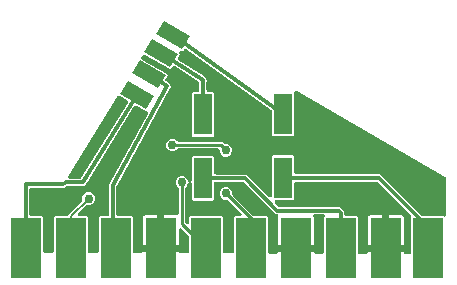
<source format=gbl>
G04 EAGLE Gerber RS-274X export*
G75*
%MOMM*%
%FSLAX34Y34*%
%LPD*%
%INBottom Copper*%
%IPPOS*%
%AMOC8*
5,1,8,0,0,1.08239X$1,22.5*%
G01*
%ADD10R,2.540000X5.080000*%
%ADD11R,1.600000X3.500000*%
%ADD12R,1.270000X2.540000*%
%ADD13C,0.299719*%
%ADD14C,0.304800*%
%ADD15C,0.756400*%
%ADD16C,0.254000*%
%ADD17C,0.706400*%
%ADD18C,0.203200*%

G36*
X227134Y10621D02*
X227134Y10621D01*
X227173Y10618D01*
X227305Y10640D01*
X227438Y10655D01*
X227475Y10668D01*
X227514Y10675D01*
X227637Y10726D01*
X227763Y10771D01*
X227797Y10792D01*
X227833Y10807D01*
X227941Y10886D01*
X228054Y10958D01*
X228081Y10987D01*
X228113Y11010D01*
X228200Y11111D01*
X228293Y11207D01*
X228314Y11241D01*
X228339Y11271D01*
X228401Y11390D01*
X228469Y11505D01*
X228481Y11542D01*
X228500Y11577D01*
X228533Y11707D01*
X228573Y11834D01*
X228576Y11874D01*
X228586Y11912D01*
X228599Y12114D01*
X228599Y12244D01*
X242341Y12244D01*
X242377Y12248D01*
X242413Y12245D01*
X242548Y12268D01*
X242685Y12283D01*
X242718Y12296D01*
X242754Y12302D01*
X242880Y12354D01*
X243010Y12401D01*
X243040Y12421D01*
X243073Y12434D01*
X243184Y12515D01*
X243299Y12590D01*
X243324Y12616D01*
X243353Y12637D01*
X243443Y12740D01*
X243537Y12840D01*
X243556Y12871D01*
X243579Y12898D01*
X243643Y13020D01*
X243712Y13138D01*
X243723Y13173D01*
X243740Y13204D01*
X243774Y13337D01*
X243814Y13468D01*
X243816Y13504D01*
X243825Y13539D01*
X243839Y13741D01*
X243839Y16739D01*
X243835Y16774D01*
X243837Y16810D01*
X243815Y16945D01*
X243799Y17082D01*
X243787Y17116D01*
X243781Y17151D01*
X243728Y17278D01*
X243682Y17407D01*
X243662Y17437D01*
X243648Y17470D01*
X243568Y17581D01*
X243493Y17696D01*
X243467Y17721D01*
X243446Y17750D01*
X243342Y17840D01*
X243243Y17935D01*
X243212Y17953D01*
X243185Y17976D01*
X243063Y18040D01*
X242945Y18109D01*
X242910Y18120D01*
X242878Y18137D01*
X242746Y18171D01*
X242614Y18211D01*
X242579Y18214D01*
X242544Y18223D01*
X242341Y18236D01*
X228599Y18236D01*
X228599Y40974D01*
X228772Y41621D01*
X228889Y41822D01*
X228921Y41897D01*
X228963Y41968D01*
X228990Y42055D01*
X229026Y42140D01*
X229040Y42220D01*
X229064Y42298D01*
X229071Y42390D01*
X229087Y42480D01*
X229082Y42561D01*
X229088Y42643D01*
X229073Y42733D01*
X229068Y42825D01*
X229045Y42903D01*
X229032Y42984D01*
X228996Y43068D01*
X228970Y43156D01*
X228930Y43227D01*
X228899Y43303D01*
X228845Y43377D01*
X228800Y43457D01*
X228744Y43517D01*
X228696Y43583D01*
X228627Y43643D01*
X228565Y43710D01*
X228497Y43756D01*
X228435Y43809D01*
X228354Y43852D01*
X228278Y43903D01*
X228201Y43932D01*
X228129Y43969D01*
X228040Y43992D01*
X227954Y44025D01*
X227873Y44035D01*
X227794Y44055D01*
X227631Y44066D01*
X227612Y44069D01*
X227604Y44068D01*
X227592Y44069D01*
X226986Y44069D01*
X199917Y71138D01*
X199807Y71225D01*
X199701Y71317D01*
X199672Y71332D01*
X199646Y71353D01*
X199519Y71412D01*
X199395Y71477D01*
X199363Y71485D01*
X199333Y71499D01*
X199196Y71528D01*
X199060Y71563D01*
X199016Y71566D01*
X198995Y71570D01*
X198962Y71570D01*
X198858Y71577D01*
X176123Y71577D01*
X176087Y71573D01*
X176051Y71575D01*
X175916Y71553D01*
X175779Y71537D01*
X175745Y71525D01*
X175710Y71519D01*
X175583Y71466D01*
X175454Y71419D01*
X175424Y71400D01*
X175391Y71386D01*
X175280Y71306D01*
X175165Y71230D01*
X175140Y71204D01*
X175111Y71183D01*
X175021Y71080D01*
X174926Y70980D01*
X174908Y70949D01*
X174885Y70922D01*
X174821Y70801D01*
X174752Y70682D01*
X174741Y70648D01*
X174724Y70616D01*
X174690Y70483D01*
X174650Y70352D01*
X174647Y70316D01*
X174638Y70281D01*
X174625Y70079D01*
X174625Y56468D01*
X173732Y55575D01*
X156468Y55575D01*
X155575Y56468D01*
X155575Y69653D01*
X155569Y69705D01*
X155572Y69757D01*
X155549Y69876D01*
X155535Y69996D01*
X155518Y70045D01*
X155508Y70097D01*
X155459Y70207D01*
X155418Y70321D01*
X155389Y70365D01*
X155368Y70413D01*
X155295Y70509D01*
X155229Y70610D01*
X155191Y70647D01*
X155160Y70688D01*
X155067Y70765D01*
X154979Y70849D01*
X154934Y70875D01*
X154893Y70909D01*
X154785Y70962D01*
X154681Y71024D01*
X154631Y71039D01*
X154584Y71062D01*
X154466Y71090D01*
X154367Y71120D01*
X154389Y71122D01*
X154438Y71139D01*
X154490Y71147D01*
X154601Y71194D01*
X154716Y71232D01*
X154761Y71260D01*
X154809Y71280D01*
X154907Y71351D01*
X155010Y71415D01*
X155047Y71452D01*
X155089Y71483D01*
X155168Y71574D01*
X155254Y71660D01*
X155281Y71704D01*
X155315Y71744D01*
X155371Y71851D01*
X155435Y71954D01*
X155451Y72004D01*
X155476Y72050D01*
X155506Y72167D01*
X155544Y72282D01*
X155548Y72334D01*
X155562Y72385D01*
X155575Y72587D01*
X155575Y92732D01*
X156468Y93625D01*
X173732Y93625D01*
X174625Y92732D01*
X174625Y79121D01*
X174629Y79085D01*
X174626Y79050D01*
X174649Y78914D01*
X174665Y78778D01*
X174677Y78744D01*
X174683Y78709D01*
X174735Y78582D01*
X174782Y78453D01*
X174802Y78423D01*
X174816Y78390D01*
X174896Y78278D01*
X174971Y78163D01*
X174997Y78139D01*
X175018Y78109D01*
X175122Y78020D01*
X175221Y77925D01*
X175252Y77907D01*
X175279Y77883D01*
X175401Y77820D01*
X175519Y77750D01*
X175554Y77740D01*
X175585Y77723D01*
X175718Y77689D01*
X175849Y77648D01*
X175885Y77646D01*
X175920Y77637D01*
X176123Y77623D01*
X201983Y77623D01*
X220963Y58643D01*
X221045Y58578D01*
X221121Y58506D01*
X221180Y58471D01*
X221234Y58428D01*
X221329Y58384D01*
X221419Y58331D01*
X221485Y58311D01*
X221547Y58282D01*
X221649Y58260D01*
X221749Y58229D01*
X221818Y58225D01*
X221885Y58210D01*
X221990Y58213D01*
X222094Y58206D01*
X222162Y58217D01*
X222231Y58219D01*
X222332Y58245D01*
X222435Y58262D01*
X222498Y58289D01*
X222565Y58306D01*
X222658Y58355D01*
X222754Y58395D01*
X222810Y58435D01*
X222871Y58467D01*
X222949Y58536D01*
X223034Y58597D01*
X223079Y58649D01*
X223131Y58695D01*
X223192Y58780D01*
X223260Y58859D01*
X223292Y58920D01*
X223332Y58976D01*
X223372Y59072D01*
X223421Y59165D01*
X223438Y59231D01*
X223464Y59295D01*
X223481Y59398D01*
X223507Y59500D01*
X223514Y59604D01*
X223519Y59636D01*
X223517Y59658D01*
X223520Y59702D01*
X223520Y93113D01*
X224413Y94006D01*
X241677Y94006D01*
X242570Y93113D01*
X242570Y79191D01*
X242574Y79156D01*
X242571Y79120D01*
X242594Y78984D01*
X242610Y78848D01*
X242622Y78814D01*
X242628Y78779D01*
X242680Y78652D01*
X242727Y78523D01*
X242747Y78493D01*
X242761Y78460D01*
X242841Y78349D01*
X242916Y78234D01*
X242942Y78209D01*
X242963Y78180D01*
X243067Y78090D01*
X243166Y77995D01*
X243197Y77977D01*
X243224Y77953D01*
X243346Y77890D01*
X243464Y77820D01*
X243499Y77810D01*
X243530Y77793D01*
X243663Y77759D01*
X243794Y77719D01*
X243830Y77716D01*
X243865Y77707D01*
X244068Y77693D01*
X315238Y77693D01*
X318380Y74551D01*
X318404Y74511D01*
X318433Y74478D01*
X318445Y74459D01*
X318469Y74437D01*
X318538Y74358D01*
X350292Y42603D01*
X350402Y42516D01*
X350508Y42425D01*
X350537Y42409D01*
X350563Y42389D01*
X350690Y42329D01*
X350814Y42264D01*
X350846Y42256D01*
X350876Y42242D01*
X351013Y42213D01*
X351149Y42178D01*
X351193Y42175D01*
X351214Y42171D01*
X351247Y42172D01*
X351351Y42165D01*
X369046Y42165D01*
X369134Y42114D01*
X369193Y42097D01*
X369248Y42071D01*
X369358Y42048D01*
X369466Y42016D01*
X369526Y42012D01*
X369586Y42000D01*
X369699Y42003D01*
X369811Y41996D01*
X369871Y42007D01*
X369932Y42008D01*
X370040Y42037D01*
X370151Y42056D01*
X370207Y42080D01*
X370266Y42095D01*
X370365Y42148D01*
X370469Y42192D01*
X370518Y42228D01*
X370571Y42257D01*
X370656Y42331D01*
X370747Y42398D01*
X370786Y42444D01*
X370832Y42484D01*
X370897Y42576D01*
X370970Y42661D01*
X370998Y42716D01*
X371033Y42765D01*
X371076Y42869D01*
X371127Y42969D01*
X371142Y43028D01*
X371165Y43085D01*
X371183Y43195D01*
X371209Y43305D01*
X371214Y43394D01*
X371220Y43426D01*
X371218Y43451D01*
X371221Y43507D01*
X370894Y74257D01*
X370875Y74410D01*
X370859Y74563D01*
X370853Y74581D01*
X370851Y74599D01*
X370797Y74744D01*
X370746Y74890D01*
X370736Y74906D01*
X370730Y74923D01*
X370645Y75051D01*
X370562Y75182D01*
X370548Y75195D01*
X370538Y75211D01*
X370425Y75316D01*
X370315Y75424D01*
X370295Y75437D01*
X370285Y75446D01*
X370261Y75461D01*
X370147Y75537D01*
X244818Y148061D01*
X244742Y148094D01*
X244671Y148136D01*
X244584Y148163D01*
X244501Y148199D01*
X244420Y148213D01*
X244341Y148238D01*
X244250Y148244D01*
X244161Y148260D01*
X244078Y148256D01*
X243996Y148261D01*
X243906Y148246D01*
X243815Y148242D01*
X243736Y148218D01*
X243655Y148205D01*
X243571Y148170D01*
X243484Y148144D01*
X243412Y148104D01*
X243336Y148072D01*
X243262Y148019D01*
X243183Y147974D01*
X243123Y147918D01*
X243056Y147870D01*
X242996Y147801D01*
X242930Y147739D01*
X242884Y147671D01*
X242830Y147608D01*
X242787Y147528D01*
X242737Y147452D01*
X242708Y147375D01*
X242669Y147302D01*
X242647Y147214D01*
X242615Y147129D01*
X242604Y147047D01*
X242583Y146967D01*
X242573Y146807D01*
X242570Y146786D01*
X242571Y146779D01*
X242570Y146765D01*
X242570Y110849D01*
X241677Y109956D01*
X224413Y109956D01*
X223520Y110849D01*
X223520Y131285D01*
X223510Y131376D01*
X223509Y131468D01*
X223490Y131547D01*
X223480Y131628D01*
X223449Y131714D01*
X223428Y131804D01*
X223391Y131876D01*
X223363Y131953D01*
X223313Y132030D01*
X223271Y132112D01*
X223219Y132174D01*
X223174Y132243D01*
X223108Y132306D01*
X223049Y132376D01*
X222945Y132461D01*
X222924Y132481D01*
X222912Y132488D01*
X222892Y132505D01*
X151131Y183649D01*
X151037Y183700D01*
X150948Y183760D01*
X150886Y183784D01*
X150829Y183815D01*
X150725Y183844D01*
X150625Y183882D01*
X150559Y183891D01*
X150496Y183908D01*
X150389Y183913D01*
X150282Y183927D01*
X150216Y183920D01*
X150151Y183923D01*
X150045Y183902D01*
X149938Y183891D01*
X149876Y183870D01*
X149811Y183857D01*
X149713Y183813D01*
X149612Y183778D01*
X149556Y183743D01*
X149496Y183716D01*
X149410Y183651D01*
X149320Y183593D01*
X149274Y183546D01*
X149221Y183506D01*
X149153Y183423D01*
X149078Y183346D01*
X149023Y183264D01*
X149002Y183239D01*
X148992Y183218D01*
X148965Y183178D01*
X148528Y182421D01*
X147308Y182095D01*
X147229Y182140D01*
X147133Y182182D01*
X147041Y182232D01*
X147028Y182236D01*
X147022Y182239D01*
X146972Y182251D01*
X146912Y182277D01*
X146809Y182296D01*
X146708Y182323D01*
X146688Y182324D01*
X146687Y182324D01*
X146624Y182329D01*
X146572Y182338D01*
X146524Y182336D01*
X146485Y182338D01*
X146481Y182338D01*
X146440Y182333D01*
X146363Y182336D01*
X146295Y182323D01*
X146226Y182319D01*
X146166Y182302D01*
X146137Y182298D01*
X146100Y182285D01*
X146024Y182270D01*
X145961Y182241D01*
X145895Y182222D01*
X145840Y182191D01*
X145812Y182181D01*
X145779Y182159D01*
X145709Y182127D01*
X145654Y182085D01*
X145594Y182051D01*
X145549Y182009D01*
X145523Y181992D01*
X145494Y181962D01*
X145435Y181916D01*
X145392Y181863D01*
X145341Y181816D01*
X145307Y181766D01*
X145285Y181742D01*
X145263Y181704D01*
X145217Y181648D01*
X145187Y181586D01*
X145148Y181529D01*
X145128Y181475D01*
X145110Y181444D01*
X145096Y181399D01*
X145066Y181337D01*
X145051Y181270D01*
X145027Y181206D01*
X145020Y181151D01*
X145008Y181113D01*
X145005Y181064D01*
X144990Y181000D01*
X144991Y180931D01*
X144982Y180863D01*
X144988Y180812D01*
X144985Y180769D01*
X144993Y180715D01*
X144994Y180655D01*
X145014Y180552D01*
X145018Y180519D01*
X145025Y180499D01*
X145033Y180455D01*
X145350Y179274D01*
X143747Y176497D01*
X143746Y176497D01*
X143614Y176189D01*
X143609Y176180D01*
X143549Y175839D01*
X143563Y175581D01*
X143567Y175495D01*
X143582Y175445D01*
X143615Y175333D01*
X143665Y175163D01*
X143787Y174949D01*
X143836Y174863D01*
X143836Y174862D01*
X144071Y174609D01*
X144234Y174488D01*
X165618Y160741D01*
X165756Y160674D01*
X165891Y160603D01*
X165910Y160598D01*
X165928Y160589D01*
X166078Y160555D01*
X166225Y160517D01*
X166252Y160515D01*
X166265Y160512D01*
X166294Y160512D01*
X166347Y160509D01*
X166894Y159961D01*
X166940Y159925D01*
X166981Y159882D01*
X167143Y159761D01*
X167800Y159338D01*
X167822Y159275D01*
X167867Y159129D01*
X167878Y159112D01*
X167884Y159093D01*
X167966Y158963D01*
X168043Y158832D01*
X168061Y158812D01*
X168068Y158800D01*
X168089Y158780D01*
X168123Y158740D01*
X168123Y157966D01*
X168130Y157907D01*
X168128Y157848D01*
X168158Y157648D01*
X168323Y156885D01*
X168294Y156824D01*
X168223Y156689D01*
X168218Y156670D01*
X168209Y156652D01*
X168175Y156502D01*
X168137Y156355D01*
X168135Y156328D01*
X168132Y156315D01*
X168132Y156286D01*
X168123Y156152D01*
X168123Y149123D01*
X168127Y149087D01*
X168125Y149051D01*
X168147Y148916D01*
X168163Y148779D01*
X168175Y148745D01*
X168181Y148710D01*
X168234Y148583D01*
X168281Y148454D01*
X168300Y148424D01*
X168314Y148391D01*
X168394Y148280D01*
X168470Y148165D01*
X168496Y148140D01*
X168517Y148111D01*
X168620Y148021D01*
X168720Y147926D01*
X168751Y147908D01*
X168778Y147885D01*
X168899Y147821D01*
X169018Y147752D01*
X169052Y147741D01*
X169084Y147724D01*
X169217Y147690D01*
X169348Y147650D01*
X169384Y147647D01*
X169419Y147638D01*
X169621Y147625D01*
X173732Y147625D01*
X174625Y146732D01*
X174625Y110468D01*
X173732Y109575D01*
X156468Y109575D01*
X155575Y110468D01*
X155575Y146732D01*
X156468Y147625D01*
X160579Y147625D01*
X160615Y147629D01*
X160650Y147626D01*
X160786Y147649D01*
X160922Y147665D01*
X160956Y147677D01*
X160991Y147683D01*
X161118Y147735D01*
X161247Y147782D01*
X161277Y147802D01*
X161310Y147816D01*
X161422Y147896D01*
X161537Y147971D01*
X161561Y147997D01*
X161591Y148018D01*
X161680Y148122D01*
X161775Y148221D01*
X161793Y148252D01*
X161817Y148279D01*
X161880Y148401D01*
X161950Y148519D01*
X161960Y148554D01*
X161977Y148585D01*
X162011Y148718D01*
X162052Y148849D01*
X162054Y148885D01*
X162063Y148920D01*
X162077Y149123D01*
X162077Y155012D01*
X162062Y155138D01*
X162055Y155265D01*
X162042Y155309D01*
X162037Y155355D01*
X161993Y155475D01*
X161958Y155597D01*
X161935Y155637D01*
X161919Y155680D01*
X161850Y155787D01*
X161787Y155897D01*
X161756Y155931D01*
X161730Y155969D01*
X161638Y156057D01*
X161552Y156151D01*
X161501Y156189D01*
X161480Y156208D01*
X161453Y156224D01*
X161389Y156272D01*
X141327Y169168D01*
X141263Y169200D01*
X141203Y169240D01*
X141109Y169276D01*
X141017Y169320D01*
X140947Y169336D01*
X140880Y169362D01*
X140779Y169375D01*
X140680Y169397D01*
X140608Y169397D01*
X140537Y169406D01*
X140436Y169396D01*
X140335Y169395D01*
X140265Y169378D01*
X140194Y169371D01*
X140098Y169337D01*
X139999Y169313D01*
X139935Y169281D01*
X139867Y169258D01*
X139781Y169203D01*
X139690Y169157D01*
X139636Y169111D01*
X139575Y169073D01*
X139504Y169000D01*
X139426Y168934D01*
X139383Y168877D01*
X139333Y168826D01*
X139220Y168657D01*
X138368Y167181D01*
X137148Y166855D01*
X116014Y179056D01*
X116000Y179062D01*
X115988Y179071D01*
X115841Y179131D01*
X115697Y179193D01*
X115682Y179196D01*
X115668Y179202D01*
X115511Y179226D01*
X115357Y179254D01*
X115342Y179253D01*
X115327Y179256D01*
X115169Y179244D01*
X115012Y179235D01*
X114997Y179231D01*
X114982Y179230D01*
X114831Y179182D01*
X114680Y179138D01*
X114667Y179130D01*
X114652Y179126D01*
X114517Y179045D01*
X114380Y178967D01*
X114368Y178957D01*
X114355Y178949D01*
X114242Y178839D01*
X114126Y178732D01*
X114118Y178719D01*
X114107Y178709D01*
X113989Y178544D01*
X113081Y177067D01*
X113057Y177016D01*
X113026Y176968D01*
X112985Y176859D01*
X112935Y176754D01*
X112924Y176698D01*
X112904Y176645D01*
X112889Y176530D01*
X112865Y176415D01*
X112867Y176359D01*
X112859Y176302D01*
X112871Y176186D01*
X112874Y176070D01*
X112889Y176015D01*
X112895Y175959D01*
X112933Y175849D01*
X112963Y175736D01*
X112989Y175686D01*
X113008Y175632D01*
X113070Y175534D01*
X113125Y175431D01*
X113162Y175388D01*
X113193Y175340D01*
X113276Y175259D01*
X113353Y175171D01*
X113399Y175138D01*
X113440Y175098D01*
X113608Y174985D01*
X134863Y162714D01*
X135190Y161494D01*
X133457Y158493D01*
X133393Y158346D01*
X133327Y158200D01*
X133325Y158187D01*
X133320Y158176D01*
X133292Y158018D01*
X133261Y157860D01*
X133262Y157848D01*
X133259Y157836D01*
X133268Y157676D01*
X133274Y157515D01*
X133277Y157503D01*
X133278Y157491D01*
X133323Y157337D01*
X133366Y157182D01*
X133372Y157171D01*
X133376Y157159D01*
X133455Y157019D01*
X133532Y156879D01*
X133540Y156870D01*
X133546Y156859D01*
X133656Y156740D01*
X133763Y156622D01*
X133775Y156612D01*
X133781Y156605D01*
X133800Y156593D01*
X133924Y156498D01*
X136130Y155027D01*
X136159Y155012D01*
X136244Y154958D01*
X137262Y154403D01*
X137272Y154386D01*
X137316Y154336D01*
X137545Y153190D01*
X137555Y153158D01*
X137577Y153061D01*
X137904Y151948D01*
X137899Y151929D01*
X137895Y151863D01*
X137247Y150890D01*
X137232Y150860D01*
X137178Y150776D01*
X92106Y68144D01*
X92069Y68052D01*
X92023Y67964D01*
X92005Y67893D01*
X91977Y67824D01*
X91962Y67726D01*
X91937Y67630D01*
X91929Y67514D01*
X91924Y67482D01*
X91926Y67464D01*
X91923Y67427D01*
X91923Y43663D01*
X91927Y43627D01*
X91925Y43591D01*
X91947Y43456D01*
X91963Y43319D01*
X91975Y43285D01*
X91981Y43250D01*
X92034Y43123D01*
X92081Y42994D01*
X92100Y42964D01*
X92114Y42931D01*
X92194Y42820D01*
X92270Y42705D01*
X92296Y42680D01*
X92317Y42651D01*
X92420Y42561D01*
X92520Y42466D01*
X92551Y42448D01*
X92578Y42425D01*
X92699Y42361D01*
X92818Y42292D01*
X92852Y42281D01*
X92884Y42264D01*
X93017Y42230D01*
X93148Y42190D01*
X93184Y42187D01*
X93219Y42178D01*
X93421Y42165D01*
X104772Y42165D01*
X105665Y41272D01*
X105665Y12679D01*
X105668Y12646D01*
X105666Y12614D01*
X105688Y12475D01*
X105705Y12335D01*
X105716Y12305D01*
X105721Y12273D01*
X105774Y12143D01*
X105822Y12010D01*
X105840Y11983D01*
X105852Y11953D01*
X105934Y11839D01*
X106011Y11721D01*
X106034Y11699D01*
X106053Y11672D01*
X106159Y11580D01*
X106261Y11482D01*
X106289Y11466D01*
X106313Y11445D01*
X106438Y11379D01*
X106559Y11308D01*
X106590Y11298D01*
X106619Y11283D01*
X106755Y11247D01*
X106889Y11206D01*
X106922Y11204D01*
X106953Y11196D01*
X107156Y11181D01*
X112794Y11154D01*
X112834Y11159D01*
X112873Y11156D01*
X113005Y11178D01*
X113138Y11193D01*
X113175Y11206D01*
X113214Y11212D01*
X113337Y11264D01*
X113463Y11308D01*
X113497Y11330D01*
X113533Y11345D01*
X113641Y11423D01*
X113754Y11496D01*
X113781Y11524D01*
X113813Y11548D01*
X113900Y11648D01*
X113993Y11745D01*
X114014Y11779D01*
X114039Y11809D01*
X114101Y11927D01*
X114169Y12042D01*
X114181Y12080D01*
X114200Y12115D01*
X114233Y12244D01*
X128041Y12244D01*
X128077Y12248D01*
X128113Y12245D01*
X128248Y12268D01*
X128385Y12283D01*
X128418Y12296D01*
X128454Y12302D01*
X128580Y12354D01*
X128710Y12401D01*
X128740Y12421D01*
X128773Y12434D01*
X128884Y12515D01*
X128999Y12590D01*
X129024Y12616D01*
X129053Y12637D01*
X129143Y12740D01*
X129237Y12840D01*
X129256Y12871D01*
X129279Y12898D01*
X129343Y13020D01*
X129412Y13138D01*
X129423Y13173D01*
X129440Y13204D01*
X129474Y13337D01*
X129514Y13468D01*
X129516Y13504D01*
X129525Y13539D01*
X129539Y13741D01*
X129539Y15241D01*
X129541Y15241D01*
X129541Y13741D01*
X129545Y13706D01*
X129543Y13670D01*
X129565Y13534D01*
X129581Y13398D01*
X129593Y13364D01*
X129599Y13329D01*
X129652Y13202D01*
X129698Y13073D01*
X129718Y13043D01*
X129732Y13010D01*
X129812Y12899D01*
X129887Y12784D01*
X129913Y12759D01*
X129934Y12730D01*
X130038Y12640D01*
X130137Y12545D01*
X130168Y12527D01*
X130195Y12504D01*
X130317Y12440D01*
X130435Y12371D01*
X130470Y12360D01*
X130502Y12343D01*
X130634Y12309D01*
X130766Y12269D01*
X130801Y12266D01*
X130836Y12257D01*
X131039Y12244D01*
X144810Y12244D01*
X144821Y12151D01*
X144832Y12121D01*
X144837Y12089D01*
X144890Y11959D01*
X144938Y11826D01*
X144956Y11799D01*
X144968Y11769D01*
X145050Y11655D01*
X145127Y11537D01*
X145150Y11515D01*
X145169Y11488D01*
X145275Y11396D01*
X145377Y11298D01*
X145405Y11282D01*
X145429Y11261D01*
X145554Y11195D01*
X145675Y11124D01*
X145706Y11114D01*
X145735Y11099D01*
X145871Y11063D01*
X146005Y11022D01*
X146038Y11020D01*
X146069Y11012D01*
X146272Y10997D01*
X151910Y10970D01*
X151950Y10975D01*
X151989Y10972D01*
X152121Y10994D01*
X152254Y11009D01*
X152291Y11022D01*
X152330Y11028D01*
X152453Y11080D01*
X152579Y11124D01*
X152613Y11146D01*
X152649Y11161D01*
X152757Y11239D01*
X152870Y11312D01*
X152897Y11340D01*
X152929Y11364D01*
X153016Y11464D01*
X153109Y11561D01*
X153130Y11595D01*
X153155Y11625D01*
X153217Y11743D01*
X153285Y11858D01*
X153297Y11896D01*
X153316Y11931D01*
X153349Y12060D01*
X153389Y12188D01*
X153392Y12228D01*
X153402Y12266D01*
X153415Y12468D01*
X153415Y24892D01*
X153399Y25031D01*
X153389Y25171D01*
X153379Y25203D01*
X153375Y25235D01*
X153328Y25367D01*
X153286Y25501D01*
X153269Y25529D01*
X153258Y25560D01*
X153181Y25678D01*
X153110Y25798D01*
X153081Y25832D01*
X153069Y25850D01*
X153045Y25872D01*
X152977Y25951D01*
X147338Y31590D01*
X147256Y31655D01*
X147180Y31727D01*
X147121Y31762D01*
X147067Y31805D01*
X146972Y31849D01*
X146882Y31902D01*
X146816Y31922D01*
X146754Y31951D01*
X146652Y31973D01*
X146552Y32004D01*
X146483Y32008D01*
X146416Y32022D01*
X146311Y32020D01*
X146207Y32027D01*
X146139Y32016D01*
X146070Y32014D01*
X145969Y31988D01*
X145866Y31971D01*
X145803Y31944D01*
X145736Y31927D01*
X145643Y31878D01*
X145547Y31838D01*
X145491Y31798D01*
X145430Y31765D01*
X145351Y31697D01*
X145267Y31635D01*
X145222Y31583D01*
X145170Y31538D01*
X145109Y31453D01*
X145041Y31374D01*
X145009Y31313D01*
X144969Y31257D01*
X144929Y31161D01*
X144880Y31068D01*
X144863Y31001D01*
X144837Y30938D01*
X144820Y30834D01*
X144794Y30733D01*
X144787Y30629D01*
X144782Y30596D01*
X144784Y30575D01*
X144781Y30531D01*
X144781Y18236D01*
X132536Y18236D01*
X132536Y43181D01*
X142575Y43181D01*
X142640Y43163D01*
X142698Y43155D01*
X142754Y43137D01*
X142868Y43130D01*
X142982Y43113D01*
X143040Y43118D01*
X143099Y43114D01*
X143212Y43133D01*
X143326Y43142D01*
X143382Y43161D01*
X143440Y43170D01*
X143546Y43214D01*
X143654Y43250D01*
X143705Y43280D01*
X143759Y43303D01*
X143852Y43370D01*
X143949Y43430D01*
X143991Y43471D01*
X144039Y43506D01*
X144114Y43592D01*
X144195Y43672D01*
X144227Y43722D01*
X144265Y43767D01*
X144318Y43868D01*
X144379Y43965D01*
X144398Y44021D01*
X144426Y44073D01*
X144454Y44184D01*
X144491Y44292D01*
X144497Y44351D01*
X144512Y44408D01*
X144525Y44610D01*
X144525Y65789D01*
X144509Y65929D01*
X144499Y66068D01*
X144489Y66100D01*
X144485Y66133D01*
X144438Y66265D01*
X144396Y66398D01*
X144379Y66427D01*
X144368Y66458D01*
X144291Y66575D01*
X144220Y66696D01*
X144191Y66729D01*
X144179Y66747D01*
X144155Y66770D01*
X144087Y66849D01*
X142821Y68114D01*
X142013Y70064D01*
X142013Y72176D01*
X142821Y74126D01*
X144314Y75619D01*
X146264Y76427D01*
X148376Y76427D01*
X150326Y75619D01*
X151819Y74126D01*
X152694Y72014D01*
X152719Y71968D01*
X152737Y71919D01*
X152803Y71818D01*
X152862Y71712D01*
X152897Y71674D01*
X152926Y71630D01*
X153013Y71546D01*
X153095Y71457D01*
X153138Y71427D01*
X153176Y71391D01*
X153280Y71330D01*
X153380Y71262D01*
X153429Y71243D01*
X153474Y71216D01*
X153590Y71181D01*
X153702Y71137D01*
X153754Y71130D01*
X153800Y71116D01*
X153784Y71112D01*
X153665Y71093D01*
X153617Y71072D01*
X153565Y71060D01*
X153457Y71006D01*
X153346Y70960D01*
X153303Y70929D01*
X153256Y70905D01*
X153164Y70828D01*
X153066Y70757D01*
X153031Y70718D01*
X152991Y70684D01*
X152919Y70587D01*
X152840Y70496D01*
X152815Y70450D01*
X152784Y70408D01*
X152694Y70226D01*
X151819Y68114D01*
X150553Y66849D01*
X150466Y66739D01*
X150375Y66633D01*
X150359Y66604D01*
X150339Y66578D01*
X150279Y66451D01*
X150214Y66327D01*
X150206Y66295D01*
X150192Y66265D01*
X150163Y66127D01*
X150128Y65992D01*
X150125Y65948D01*
X150121Y65927D01*
X150122Y65894D01*
X150115Y65789D01*
X150115Y37338D01*
X150131Y37199D01*
X150141Y37059D01*
X150151Y37028D01*
X150155Y36995D01*
X150202Y36863D01*
X150244Y36729D01*
X150261Y36701D01*
X150272Y36670D01*
X150349Y36553D01*
X150420Y36432D01*
X150449Y36398D01*
X150461Y36380D01*
X150485Y36358D01*
X150553Y36279D01*
X150858Y35974D01*
X150940Y35909D01*
X151016Y35837D01*
X151054Y35815D01*
X151060Y35809D01*
X151078Y35800D01*
X151129Y35760D01*
X151224Y35715D01*
X151314Y35662D01*
X151380Y35642D01*
X151442Y35613D01*
X151544Y35591D01*
X151644Y35560D01*
X151713Y35556D01*
X151780Y35542D01*
X151885Y35544D01*
X151989Y35537D01*
X152057Y35548D01*
X152126Y35550D01*
X152227Y35576D01*
X152330Y35593D01*
X152393Y35620D01*
X152460Y35637D01*
X152553Y35686D01*
X152649Y35726D01*
X152705Y35766D01*
X152766Y35799D01*
X152844Y35867D01*
X152929Y35929D01*
X152974Y35981D01*
X153026Y36026D01*
X153087Y36111D01*
X153155Y36190D01*
X153187Y36251D01*
X153227Y36307D01*
X153267Y36403D01*
X153316Y36496D01*
X153333Y36563D01*
X153359Y36626D01*
X153375Y36724D01*
X153390Y36774D01*
X153391Y36791D01*
X153402Y36831D01*
X153409Y36935D01*
X153414Y36967D01*
X153412Y36989D01*
X153415Y37033D01*
X153415Y41272D01*
X154308Y42165D01*
X180972Y42165D01*
X181865Y41272D01*
X181865Y12320D01*
X181868Y12288D01*
X181866Y12256D01*
X181888Y12117D01*
X181905Y11977D01*
X181916Y11946D01*
X181921Y11914D01*
X181974Y11784D01*
X182022Y11652D01*
X182040Y11625D01*
X182052Y11595D01*
X182134Y11480D01*
X182211Y11362D01*
X182234Y11340D01*
X182253Y11314D01*
X182359Y11221D01*
X182461Y11124D01*
X182489Y11108D01*
X182513Y11086D01*
X182638Y11020D01*
X182759Y10949D01*
X182790Y10940D01*
X182819Y10925D01*
X182955Y10889D01*
X183089Y10847D01*
X183122Y10845D01*
X183153Y10837D01*
X183356Y10822D01*
X190010Y10791D01*
X190050Y10795D01*
X190089Y10793D01*
X190221Y10815D01*
X190354Y10829D01*
X190391Y10843D01*
X190430Y10849D01*
X190553Y10900D01*
X190679Y10945D01*
X190713Y10967D01*
X190749Y10982D01*
X190857Y11060D01*
X190970Y11133D01*
X190997Y11161D01*
X191029Y11184D01*
X191116Y11285D01*
X191209Y11382D01*
X191230Y11416D01*
X191255Y11446D01*
X191317Y11564D01*
X191385Y11679D01*
X191397Y11717D01*
X191416Y11752D01*
X191449Y11881D01*
X191489Y12009D01*
X191492Y12048D01*
X191502Y12086D01*
X191515Y12289D01*
X191515Y41272D01*
X192408Y42165D01*
X196393Y42165D01*
X196497Y42177D01*
X196601Y42179D01*
X196668Y42197D01*
X196736Y42205D01*
X196834Y42240D01*
X196936Y42267D01*
X196996Y42299D01*
X197061Y42322D01*
X197149Y42379D01*
X197241Y42428D01*
X197293Y42473D01*
X197351Y42511D01*
X197423Y42587D01*
X197501Y42655D01*
X197541Y42711D01*
X197589Y42761D01*
X197642Y42851D01*
X197703Y42936D01*
X197729Y43000D01*
X197764Y43059D01*
X197795Y43159D01*
X197834Y43256D01*
X197845Y43324D01*
X197866Y43389D01*
X197873Y43494D01*
X197889Y43597D01*
X197884Y43666D01*
X197889Y43734D01*
X197872Y43837D01*
X197864Y43942D01*
X197844Y44007D01*
X197833Y44075D01*
X197793Y44172D01*
X197761Y44271D01*
X197726Y44331D01*
X197700Y44394D01*
X197639Y44479D01*
X197585Y44569D01*
X197517Y44648D01*
X197497Y44674D01*
X197481Y44688D01*
X197452Y44722D01*
X186324Y55850D01*
X186214Y55937D01*
X186108Y56028D01*
X186079Y56044D01*
X186053Y56064D01*
X185926Y56124D01*
X185802Y56189D01*
X185770Y56197D01*
X185740Y56211D01*
X185603Y56240D01*
X185467Y56275D01*
X185423Y56278D01*
X185402Y56282D01*
X185369Y56281D01*
X185265Y56288D01*
X183475Y56288D01*
X181525Y57096D01*
X180032Y58589D01*
X179224Y60539D01*
X179224Y62651D01*
X180032Y64601D01*
X181525Y66094D01*
X183475Y66902D01*
X185587Y66902D01*
X187537Y66094D01*
X189030Y64601D01*
X189838Y62651D01*
X189838Y60861D01*
X189854Y60722D01*
X189864Y60582D01*
X189874Y60550D01*
X189878Y60518D01*
X189925Y60386D01*
X189967Y60252D01*
X189984Y60224D01*
X189995Y60193D01*
X190072Y60075D01*
X190143Y59955D01*
X190172Y59921D01*
X190184Y59903D01*
X190208Y59881D01*
X190276Y59802D01*
X206230Y43848D01*
X206340Y43761D01*
X206446Y43669D01*
X206475Y43654D01*
X206501Y43633D01*
X206628Y43574D01*
X206752Y43509D01*
X206784Y43501D01*
X206814Y43487D01*
X206942Y43460D01*
X207798Y42603D01*
X207908Y42516D01*
X208014Y42425D01*
X208043Y42409D01*
X208069Y42389D01*
X208196Y42329D01*
X208320Y42264D01*
X208352Y42256D01*
X208382Y42242D01*
X208519Y42213D01*
X208655Y42178D01*
X208699Y42175D01*
X208720Y42171D01*
X208753Y42172D01*
X208857Y42165D01*
X219072Y42165D01*
X219965Y41272D01*
X219965Y12141D01*
X219968Y12109D01*
X219966Y12076D01*
X219988Y11938D01*
X220005Y11798D01*
X220016Y11767D01*
X220021Y11735D01*
X220074Y11605D01*
X220122Y11473D01*
X220140Y11446D01*
X220152Y11416D01*
X220234Y11301D01*
X220311Y11183D01*
X220334Y11161D01*
X220353Y11134D01*
X220459Y11042D01*
X220561Y10945D01*
X220589Y10928D01*
X220613Y10907D01*
X220738Y10841D01*
X220859Y10770D01*
X220890Y10760D01*
X220919Y10745D01*
X221055Y10710D01*
X221189Y10668D01*
X221222Y10666D01*
X221253Y10658D01*
X221456Y10643D01*
X227094Y10617D01*
X227134Y10621D01*
G37*
G36*
X339910Y10091D02*
X339910Y10091D01*
X339949Y10088D01*
X340081Y10110D01*
X340214Y10124D01*
X340251Y10138D01*
X340290Y10144D01*
X340413Y10196D01*
X340539Y10240D01*
X340573Y10262D01*
X340609Y10277D01*
X340717Y10355D01*
X340830Y10428D01*
X340857Y10456D01*
X340889Y10479D01*
X340977Y10580D01*
X341069Y10677D01*
X341089Y10711D01*
X341115Y10741D01*
X341177Y10859D01*
X341246Y10974D01*
X341257Y11012D01*
X341276Y11047D01*
X341309Y11176D01*
X341349Y11304D01*
X341352Y11343D01*
X341362Y11382D01*
X341375Y11584D01*
X341375Y41327D01*
X341379Y41332D01*
X341395Y41365D01*
X341416Y41394D01*
X341468Y41521D01*
X341526Y41645D01*
X341534Y41680D01*
X341547Y41714D01*
X341569Y41849D01*
X341597Y41983D01*
X341596Y42019D01*
X341602Y42055D01*
X341592Y42192D01*
X341589Y42329D01*
X341580Y42363D01*
X341577Y42399D01*
X341536Y42530D01*
X341502Y42663D01*
X341485Y42695D01*
X341474Y42729D01*
X341404Y42847D01*
X341340Y42969D01*
X341317Y42996D01*
X341298Y43027D01*
X341165Y43179D01*
X314262Y70082D01*
X314152Y70169D01*
X314055Y70254D01*
X313151Y71157D01*
X313041Y71244D01*
X312935Y71336D01*
X312906Y71351D01*
X312880Y71372D01*
X312753Y71431D01*
X312629Y71496D01*
X312597Y71505D01*
X312567Y71519D01*
X312430Y71547D01*
X312294Y71582D01*
X312250Y71585D01*
X312229Y71590D01*
X312196Y71589D01*
X312092Y71596D01*
X244068Y71596D01*
X244032Y71592D01*
X243996Y71594D01*
X243861Y71572D01*
X243724Y71556D01*
X243690Y71544D01*
X243655Y71538D01*
X243528Y71485D01*
X243399Y71439D01*
X243369Y71419D01*
X243336Y71405D01*
X243225Y71325D01*
X243110Y71250D01*
X243085Y71224D01*
X243056Y71203D01*
X242966Y71099D01*
X242871Y71000D01*
X242853Y70969D01*
X242830Y70941D01*
X242766Y70820D01*
X242697Y70702D01*
X242686Y70667D01*
X242669Y70635D01*
X242635Y70503D01*
X242595Y70371D01*
X242592Y70335D01*
X242583Y70301D01*
X242570Y70098D01*
X242570Y56849D01*
X241677Y55956D01*
X227266Y55956D01*
X227162Y55944D01*
X227058Y55942D01*
X226991Y55924D01*
X226923Y55916D01*
X226824Y55881D01*
X226723Y55854D01*
X226662Y55822D01*
X226598Y55799D01*
X226510Y55742D01*
X226418Y55693D01*
X226366Y55648D01*
X226308Y55610D01*
X226236Y55534D01*
X226157Y55466D01*
X226117Y55410D01*
X226070Y55360D01*
X226017Y55270D01*
X225956Y55185D01*
X225930Y55121D01*
X225895Y55062D01*
X225864Y54962D01*
X225824Y54865D01*
X225813Y54797D01*
X225793Y54732D01*
X225786Y54627D01*
X225770Y54524D01*
X225774Y54455D01*
X225770Y54387D01*
X225787Y54284D01*
X225794Y54179D01*
X225815Y54114D01*
X225826Y54046D01*
X225866Y53949D01*
X225897Y53850D01*
X225932Y53790D01*
X225959Y53727D01*
X226020Y53642D01*
X226073Y53552D01*
X226142Y53473D01*
X226161Y53447D01*
X226178Y53433D01*
X226207Y53399D01*
X229052Y50554D01*
X229162Y50467D01*
X229268Y50376D01*
X229297Y50360D01*
X229323Y50340D01*
X229450Y50280D01*
X229574Y50215D01*
X229606Y50207D01*
X229635Y50193D01*
X229773Y50164D01*
X229908Y50130D01*
X229952Y50127D01*
X229974Y50122D01*
X230007Y50123D01*
X230111Y50116D01*
X281439Y50116D01*
X284963Y46591D01*
X284963Y43663D01*
X284967Y43627D01*
X284965Y43591D01*
X284987Y43456D01*
X285003Y43319D01*
X285015Y43285D01*
X285021Y43250D01*
X285074Y43123D01*
X285121Y42994D01*
X285140Y42964D01*
X285154Y42931D01*
X285234Y42820D01*
X285310Y42705D01*
X285336Y42680D01*
X285357Y42651D01*
X285460Y42561D01*
X285560Y42466D01*
X285591Y42448D01*
X285618Y42425D01*
X285739Y42361D01*
X285858Y42292D01*
X285892Y42281D01*
X285924Y42264D01*
X286057Y42230D01*
X286188Y42190D01*
X286224Y42187D01*
X286259Y42178D01*
X286461Y42165D01*
X295272Y42165D01*
X296165Y41272D01*
X296165Y11783D01*
X296168Y11750D01*
X296166Y11718D01*
X296188Y11579D01*
X296205Y11439D01*
X296216Y11409D01*
X296221Y11377D01*
X296274Y11246D01*
X296322Y11114D01*
X296340Y11087D01*
X296352Y11057D01*
X296434Y10943D01*
X296511Y10825D01*
X296534Y10802D01*
X296553Y10776D01*
X296659Y10683D01*
X296761Y10586D01*
X296789Y10570D01*
X296813Y10549D01*
X296938Y10483D01*
X297059Y10412D01*
X297090Y10402D01*
X297119Y10387D01*
X297255Y10351D01*
X297389Y10310D01*
X297422Y10308D01*
X297453Y10299D01*
X297656Y10285D01*
X303294Y10258D01*
X303334Y10263D01*
X303373Y10260D01*
X303505Y10282D01*
X303638Y10296D01*
X303675Y10310D01*
X303714Y10316D01*
X303837Y10368D01*
X303963Y10412D01*
X303997Y10434D01*
X304033Y10449D01*
X304141Y10527D01*
X304254Y10600D01*
X304281Y10628D01*
X304313Y10651D01*
X304400Y10752D01*
X304493Y10849D01*
X304514Y10883D01*
X304539Y10913D01*
X304601Y11031D01*
X304669Y11146D01*
X304681Y11184D01*
X304700Y11219D01*
X304733Y11348D01*
X304773Y11476D01*
X304776Y11515D01*
X304786Y11554D01*
X304799Y11756D01*
X304799Y12244D01*
X318541Y12244D01*
X318577Y12248D01*
X318613Y12245D01*
X318748Y12268D01*
X318885Y12283D01*
X318918Y12296D01*
X318954Y12302D01*
X319080Y12354D01*
X319210Y12401D01*
X319240Y12421D01*
X319273Y12434D01*
X319384Y12515D01*
X319499Y12590D01*
X319524Y12616D01*
X319553Y12637D01*
X319643Y12740D01*
X319737Y12840D01*
X319756Y12871D01*
X319779Y12898D01*
X319843Y13020D01*
X319912Y13138D01*
X319923Y13173D01*
X319940Y13204D01*
X319974Y13337D01*
X320014Y13468D01*
X320016Y13504D01*
X320025Y13539D01*
X320039Y13741D01*
X320039Y15241D01*
X320041Y15241D01*
X320041Y13741D01*
X320045Y13706D01*
X320043Y13670D01*
X320065Y13534D01*
X320081Y13398D01*
X320093Y13364D01*
X320099Y13329D01*
X320152Y13202D01*
X320198Y13073D01*
X320218Y13043D01*
X320232Y13010D01*
X320312Y12899D01*
X320387Y12784D01*
X320413Y12759D01*
X320434Y12730D01*
X320538Y12640D01*
X320637Y12545D01*
X320668Y12527D01*
X320695Y12504D01*
X320817Y12440D01*
X320935Y12371D01*
X320970Y12360D01*
X321002Y12343D01*
X321134Y12309D01*
X321266Y12269D01*
X321301Y12266D01*
X321336Y12257D01*
X321539Y12244D01*
X335281Y12244D01*
X335281Y11599D01*
X335284Y11566D01*
X335282Y11534D01*
X335304Y11395D01*
X335321Y11255D01*
X335332Y11225D01*
X335337Y11193D01*
X335390Y11062D01*
X335438Y10930D01*
X335456Y10903D01*
X335468Y10873D01*
X335550Y10759D01*
X335627Y10641D01*
X335650Y10618D01*
X335669Y10592D01*
X335775Y10499D01*
X335877Y10402D01*
X335905Y10386D01*
X335929Y10365D01*
X336054Y10299D01*
X336175Y10228D01*
X336206Y10218D01*
X336235Y10203D01*
X336371Y10167D01*
X336505Y10126D01*
X336538Y10124D01*
X336569Y10115D01*
X336772Y10101D01*
X339870Y10086D01*
X339910Y10091D01*
G37*
G36*
X75750Y11333D02*
X75750Y11333D01*
X75789Y11330D01*
X75921Y11352D01*
X76054Y11367D01*
X76091Y11380D01*
X76130Y11387D01*
X76253Y11438D01*
X76379Y11483D01*
X76413Y11504D01*
X76449Y11520D01*
X76557Y11598D01*
X76670Y11670D01*
X76697Y11699D01*
X76729Y11722D01*
X76816Y11823D01*
X76909Y11919D01*
X76930Y11953D01*
X76955Y11983D01*
X77017Y12102D01*
X77085Y12217D01*
X77097Y12254D01*
X77116Y12289D01*
X77149Y12419D01*
X77189Y12546D01*
X77192Y12586D01*
X77202Y12624D01*
X77215Y12827D01*
X77215Y41272D01*
X78108Y42165D01*
X84379Y42165D01*
X84415Y42169D01*
X84450Y42166D01*
X84586Y42189D01*
X84722Y42205D01*
X84756Y42217D01*
X84791Y42223D01*
X84918Y42275D01*
X85047Y42322D01*
X85077Y42342D01*
X85110Y42356D01*
X85222Y42436D01*
X85337Y42511D01*
X85361Y42537D01*
X85391Y42558D01*
X85480Y42662D01*
X85575Y42761D01*
X85593Y42792D01*
X85617Y42819D01*
X85680Y42941D01*
X85750Y43059D01*
X85760Y43094D01*
X85777Y43125D01*
X85811Y43258D01*
X85852Y43389D01*
X85854Y43425D01*
X85863Y43460D01*
X85877Y43663D01*
X85877Y67929D01*
X85864Y68041D01*
X85860Y68153D01*
X85841Y68240D01*
X85837Y68272D01*
X85828Y68296D01*
X85816Y68351D01*
X85646Y68928D01*
X85694Y69016D01*
X85731Y69108D01*
X85777Y69196D01*
X85795Y69267D01*
X85823Y69336D01*
X85838Y69434D01*
X85863Y69530D01*
X85871Y69646D01*
X85876Y69678D01*
X85874Y69696D01*
X85877Y69733D01*
X85877Y69832D01*
X86302Y70257D01*
X86372Y70346D01*
X86449Y70428D01*
X86496Y70503D01*
X86516Y70528D01*
X86527Y70552D01*
X86558Y70599D01*
X118476Y129116D01*
X118508Y129196D01*
X118549Y129272D01*
X118573Y129356D01*
X118605Y129436D01*
X118618Y129522D01*
X118641Y129605D01*
X118644Y129692D01*
X118658Y129778D01*
X118651Y129864D01*
X118654Y129950D01*
X118637Y130036D01*
X118630Y130122D01*
X118604Y130205D01*
X118587Y130289D01*
X118551Y130369D01*
X118525Y130451D01*
X118480Y130525D01*
X118445Y130604D01*
X118392Y130673D01*
X118347Y130748D01*
X118287Y130809D01*
X118234Y130878D01*
X118166Y130933D01*
X118106Y130995D01*
X118033Y131041D01*
X117966Y131096D01*
X117887Y131134D01*
X117814Y131181D01*
X117733Y131209D01*
X117655Y131247D01*
X117570Y131266D01*
X117488Y131295D01*
X117402Y131304D01*
X117318Y131323D01*
X117231Y131322D01*
X117144Y131331D01*
X117058Y131320D01*
X116972Y131319D01*
X116833Y131292D01*
X108941Y135848D01*
X108930Y135853D01*
X108920Y135860D01*
X108770Y135922D01*
X108624Y135985D01*
X108612Y135987D01*
X108601Y135992D01*
X108441Y136018D01*
X108284Y136046D01*
X108272Y136045D01*
X108260Y136047D01*
X108099Y136036D01*
X107939Y136027D01*
X107927Y136024D01*
X107915Y136023D01*
X107760Y135975D01*
X107607Y135930D01*
X107597Y135924D01*
X107585Y135920D01*
X107446Y135838D01*
X107307Y135759D01*
X107298Y135751D01*
X107287Y135745D01*
X107171Y135633D01*
X107053Y135524D01*
X107047Y135514D01*
X107038Y135506D01*
X106920Y135341D01*
X66749Y70621D01*
X66688Y70493D01*
X66623Y70368D01*
X66615Y70337D01*
X66601Y70308D01*
X66572Y70170D01*
X66537Y70033D01*
X66534Y69991D01*
X66530Y69970D01*
X66531Y69937D01*
X66526Y69870D01*
X66007Y69351D01*
X65963Y69296D01*
X65912Y69247D01*
X65793Y69082D01*
X65405Y68456D01*
X65311Y68422D01*
X65176Y68380D01*
X65149Y68364D01*
X65119Y68353D01*
X65000Y68276D01*
X64879Y68204D01*
X64847Y68176D01*
X64829Y68165D01*
X64822Y68157D01*
X64820Y68156D01*
X64803Y68138D01*
X64756Y68097D01*
X64022Y68097D01*
X63952Y68089D01*
X63881Y68090D01*
X63681Y68057D01*
X62963Y67889D01*
X62873Y67932D01*
X62748Y67997D01*
X62717Y68005D01*
X62688Y68019D01*
X62550Y68048D01*
X62413Y68083D01*
X62371Y68086D01*
X62350Y68090D01*
X62317Y68089D01*
X62211Y68097D01*
X50234Y68097D01*
X50095Y68081D01*
X49955Y68070D01*
X49923Y68061D01*
X49891Y68057D01*
X49759Y68009D01*
X49625Y67967D01*
X49597Y67951D01*
X49566Y67939D01*
X49448Y67863D01*
X49327Y67791D01*
X49294Y67762D01*
X49276Y67750D01*
X49253Y67727D01*
X49175Y67658D01*
X48115Y66598D01*
X19761Y66598D01*
X19725Y66594D01*
X19690Y66596D01*
X19554Y66574D01*
X19418Y66558D01*
X19384Y66546D01*
X19349Y66540D01*
X19222Y66487D01*
X19093Y66441D01*
X19063Y66421D01*
X19030Y66407D01*
X18918Y66327D01*
X18803Y66252D01*
X18779Y66226D01*
X18749Y66205D01*
X18660Y66101D01*
X18565Y66002D01*
X18547Y65971D01*
X18523Y65943D01*
X18460Y65822D01*
X18390Y65704D01*
X18380Y65669D01*
X18363Y65637D01*
X18329Y65505D01*
X18288Y65373D01*
X18286Y65337D01*
X18277Y65303D01*
X18263Y65100D01*
X18263Y43663D01*
X18267Y43627D01*
X18265Y43591D01*
X18287Y43456D01*
X18303Y43319D01*
X18315Y43285D01*
X18321Y43250D01*
X18374Y43123D01*
X18421Y42994D01*
X18440Y42964D01*
X18454Y42931D01*
X18534Y42820D01*
X18610Y42705D01*
X18636Y42680D01*
X18657Y42651D01*
X18760Y42561D01*
X18860Y42466D01*
X18891Y42448D01*
X18918Y42425D01*
X19039Y42361D01*
X19158Y42292D01*
X19192Y42281D01*
X19224Y42264D01*
X19357Y42230D01*
X19488Y42190D01*
X19524Y42187D01*
X19559Y42178D01*
X19761Y42165D01*
X28572Y42165D01*
X29465Y41272D01*
X29465Y13037D01*
X29467Y13018D01*
X29466Y13010D01*
X29468Y13000D01*
X29466Y12972D01*
X29488Y12834D01*
X29505Y12694D01*
X29516Y12663D01*
X29521Y12631D01*
X29574Y12501D01*
X29622Y12369D01*
X29640Y12342D01*
X29652Y12312D01*
X29734Y12197D01*
X29811Y12079D01*
X29834Y12057D01*
X29853Y12031D01*
X29959Y11938D01*
X30061Y11841D01*
X30089Y11825D01*
X30113Y11803D01*
X30238Y11737D01*
X30359Y11666D01*
X30390Y11657D01*
X30419Y11641D01*
X30555Y11606D01*
X30689Y11564D01*
X30722Y11562D01*
X30753Y11554D01*
X30956Y11539D01*
X37610Y11508D01*
X37650Y11512D01*
X37689Y11510D01*
X37821Y11531D01*
X37954Y11546D01*
X37991Y11559D01*
X38030Y11566D01*
X38153Y11617D01*
X38279Y11662D01*
X38313Y11684D01*
X38349Y11699D01*
X38457Y11777D01*
X38570Y11850D01*
X38597Y11878D01*
X38629Y11901D01*
X38716Y12002D01*
X38809Y12099D01*
X38830Y12133D01*
X38855Y12162D01*
X38917Y12281D01*
X38985Y12396D01*
X38997Y12434D01*
X39016Y12469D01*
X39049Y12598D01*
X39089Y12726D01*
X39092Y12765D01*
X39102Y12803D01*
X39115Y13006D01*
X39115Y41272D01*
X40008Y42165D01*
X49301Y42165D01*
X49337Y42169D01*
X49373Y42166D01*
X49508Y42189D01*
X49645Y42205D01*
X49679Y42217D01*
X49714Y42223D01*
X49841Y42275D01*
X49970Y42322D01*
X50000Y42342D01*
X50033Y42356D01*
X50144Y42436D01*
X50259Y42511D01*
X50284Y42537D01*
X50313Y42558D01*
X50403Y42662D01*
X50498Y42761D01*
X50516Y42792D01*
X50539Y42819D01*
X50603Y42941D01*
X50672Y43059D01*
X50683Y43094D01*
X50690Y43107D01*
X62708Y55125D01*
X62795Y55235D01*
X62886Y55341D01*
X62902Y55370D01*
X62922Y55396D01*
X62982Y55523D01*
X63047Y55647D01*
X63055Y55679D01*
X63069Y55708D01*
X63098Y55846D01*
X63133Y55981D01*
X63136Y56025D01*
X63140Y56047D01*
X63139Y56080D01*
X63146Y56184D01*
X63146Y58333D01*
X63954Y60283D01*
X65447Y61776D01*
X67397Y62584D01*
X69509Y62584D01*
X71459Y61776D01*
X72952Y60283D01*
X73760Y58333D01*
X73760Y56221D01*
X72952Y54271D01*
X71459Y52778D01*
X69509Y51970D01*
X67360Y51970D01*
X67221Y51954D01*
X67081Y51944D01*
X67049Y51934D01*
X67017Y51930D01*
X66885Y51883D01*
X66751Y51841D01*
X66723Y51824D01*
X66692Y51813D01*
X66574Y51736D01*
X66454Y51665D01*
X66420Y51636D01*
X66402Y51624D01*
X66379Y51600D01*
X66301Y51532D01*
X59491Y44722D01*
X59426Y44640D01*
X59354Y44564D01*
X59319Y44505D01*
X59276Y44451D01*
X59232Y44356D01*
X59179Y44266D01*
X59159Y44200D01*
X59130Y44138D01*
X59108Y44036D01*
X59077Y43936D01*
X59073Y43867D01*
X59058Y43800D01*
X59061Y43695D01*
X59054Y43591D01*
X59065Y43523D01*
X59067Y43454D01*
X59093Y43353D01*
X59110Y43250D01*
X59137Y43187D01*
X59154Y43120D01*
X59203Y43027D01*
X59243Y42931D01*
X59283Y42875D01*
X59315Y42814D01*
X59384Y42735D01*
X59445Y42651D01*
X59497Y42606D01*
X59543Y42554D01*
X59628Y42493D01*
X59707Y42425D01*
X59768Y42393D01*
X59824Y42353D01*
X59920Y42313D01*
X60013Y42264D01*
X60079Y42247D01*
X60143Y42221D01*
X60246Y42204D01*
X60348Y42178D01*
X60452Y42171D01*
X60484Y42166D01*
X60506Y42168D01*
X60550Y42165D01*
X66672Y42165D01*
X67565Y41272D01*
X67565Y12858D01*
X67568Y12826D01*
X67566Y12793D01*
X67588Y12654D01*
X67605Y12515D01*
X67616Y12484D01*
X67621Y12452D01*
X67674Y12322D01*
X67722Y12190D01*
X67740Y12162D01*
X67752Y12132D01*
X67834Y12018D01*
X67911Y11900D01*
X67934Y11878D01*
X67953Y11851D01*
X68059Y11759D01*
X68161Y11662D01*
X68189Y11645D01*
X68213Y11624D01*
X68338Y11558D01*
X68459Y11487D01*
X68490Y11477D01*
X68519Y11462D01*
X68655Y11427D01*
X68789Y11385D01*
X68822Y11383D01*
X68853Y11375D01*
X69056Y11360D01*
X75710Y11329D01*
X75750Y11333D01*
G37*
G36*
X61123Y74159D02*
X61123Y74159D01*
X61262Y74169D01*
X61295Y74179D01*
X61328Y74183D01*
X61459Y74230D01*
X61592Y74272D01*
X61621Y74289D01*
X61653Y74301D01*
X61770Y74377D01*
X61890Y74447D01*
X61914Y74471D01*
X61943Y74490D01*
X62039Y74590D01*
X62139Y74687D01*
X62166Y74724D01*
X62181Y74740D01*
X62198Y74768D01*
X62258Y74851D01*
X101630Y138284D01*
X101655Y138339D01*
X101689Y138388D01*
X101729Y138494D01*
X101777Y138597D01*
X101789Y138656D01*
X101811Y138712D01*
X101825Y138824D01*
X101849Y138935D01*
X101847Y138995D01*
X101855Y139054D01*
X101843Y139167D01*
X101841Y139281D01*
X101826Y139339D01*
X101820Y139398D01*
X101783Y139505D01*
X101754Y139615D01*
X101726Y139668D01*
X101707Y139725D01*
X101646Y139820D01*
X101593Y139921D01*
X101554Y139966D01*
X101522Y140017D01*
X101441Y140096D01*
X101366Y140182D01*
X101317Y140217D01*
X101275Y140258D01*
X101106Y140372D01*
X94553Y144155D01*
X94539Y144161D01*
X94527Y144170D01*
X94381Y144229D01*
X94236Y144292D01*
X94221Y144295D01*
X94207Y144300D01*
X94051Y144325D01*
X93896Y144353D01*
X93881Y144352D01*
X93866Y144354D01*
X93708Y144343D01*
X93551Y144334D01*
X93536Y144330D01*
X93521Y144329D01*
X93370Y144281D01*
X93219Y144237D01*
X93206Y144229D01*
X93192Y144224D01*
X93056Y144144D01*
X92919Y144066D01*
X92908Y144055D01*
X92895Y144048D01*
X92781Y143938D01*
X92665Y143831D01*
X92657Y143818D01*
X92646Y143808D01*
X92528Y143642D01*
X51904Y77576D01*
X51897Y77560D01*
X51886Y77546D01*
X51796Y77365D01*
X51320Y76214D01*
X51277Y76064D01*
X51231Y75914D01*
X51230Y75898D01*
X51225Y75882D01*
X51218Y75726D01*
X51208Y75570D01*
X51210Y75553D01*
X51210Y75537D01*
X51238Y75383D01*
X51264Y75229D01*
X51270Y75213D01*
X51273Y75197D01*
X51337Y75054D01*
X51397Y74910D01*
X51406Y74896D01*
X51413Y74881D01*
X51508Y74756D01*
X51599Y74629D01*
X51612Y74619D01*
X51622Y74606D01*
X51742Y74505D01*
X51860Y74403D01*
X51875Y74396D01*
X51888Y74385D01*
X52028Y74315D01*
X52167Y74243D01*
X52183Y74239D01*
X52197Y74232D01*
X52350Y74196D01*
X52501Y74157D01*
X52523Y74156D01*
X52534Y74153D01*
X52561Y74153D01*
X52704Y74143D01*
X60985Y74143D01*
X61123Y74159D01*
G37*
%LPC*%
G36*
X183475Y92864D02*
X183475Y92864D01*
X181525Y93672D01*
X180032Y95165D01*
X179224Y97115D01*
X179224Y98196D01*
X179220Y98232D01*
X179223Y98268D01*
X179200Y98403D01*
X179184Y98540D01*
X179172Y98574D01*
X179166Y98609D01*
X179114Y98736D01*
X179067Y98865D01*
X179047Y98895D01*
X179033Y98928D01*
X178953Y99039D01*
X178878Y99154D01*
X178852Y99179D01*
X178831Y99208D01*
X178727Y99298D01*
X178628Y99393D01*
X178597Y99411D01*
X178570Y99434D01*
X178448Y99498D01*
X178330Y99567D01*
X178295Y99578D01*
X178264Y99595D01*
X178131Y99629D01*
X178000Y99669D01*
X177964Y99672D01*
X177929Y99681D01*
X177726Y99694D01*
X144650Y99694D01*
X144510Y99678D01*
X144371Y99668D01*
X144339Y99658D01*
X144306Y99654D01*
X144174Y99607D01*
X144041Y99565D01*
X144012Y99548D01*
X143981Y99537D01*
X143864Y99460D01*
X143743Y99389D01*
X143710Y99360D01*
X143692Y99348D01*
X143669Y99324D01*
X143590Y99256D01*
X142325Y97990D01*
X140375Y97182D01*
X138263Y97182D01*
X136313Y97990D01*
X134820Y99483D01*
X134012Y101433D01*
X134012Y103545D01*
X134820Y105495D01*
X136313Y106988D01*
X138263Y107796D01*
X140375Y107796D01*
X142325Y106988D01*
X143590Y105722D01*
X143700Y105635D01*
X143806Y105544D01*
X143835Y105528D01*
X143861Y105508D01*
X143988Y105448D01*
X144112Y105383D01*
X144144Y105375D01*
X144174Y105361D01*
X144312Y105332D01*
X144447Y105297D01*
X144491Y105294D01*
X144512Y105290D01*
X144545Y105291D01*
X144650Y105284D01*
X181371Y105284D01*
X182738Y103916D01*
X182848Y103829D01*
X182954Y103738D01*
X182983Y103722D01*
X183009Y103702D01*
X183136Y103642D01*
X183260Y103577D01*
X183292Y103569D01*
X183322Y103555D01*
X183459Y103526D01*
X183595Y103491D01*
X183639Y103488D01*
X183660Y103484D01*
X183693Y103485D01*
X183797Y103478D01*
X185587Y103478D01*
X187537Y102670D01*
X189030Y101177D01*
X189838Y99227D01*
X189838Y97115D01*
X189030Y95165D01*
X187537Y93672D01*
X185587Y92864D01*
X183475Y92864D01*
G37*
%LPD*%
G36*
X266250Y10437D02*
X266250Y10437D01*
X266289Y10434D01*
X266421Y10456D01*
X266554Y10471D01*
X266591Y10484D01*
X266630Y10491D01*
X266753Y10542D01*
X266879Y10587D01*
X266913Y10608D01*
X266949Y10623D01*
X267057Y10702D01*
X267170Y10774D01*
X267197Y10803D01*
X267229Y10826D01*
X267316Y10927D01*
X267409Y11023D01*
X267430Y11057D01*
X267455Y11087D01*
X267517Y11206D01*
X267585Y11321D01*
X267597Y11358D01*
X267616Y11393D01*
X267649Y11523D01*
X267689Y11650D01*
X267692Y11690D01*
X267702Y11728D01*
X267715Y11930D01*
X267715Y41272D01*
X267956Y41512D01*
X268021Y41594D01*
X268093Y41670D01*
X268128Y41729D01*
X268170Y41783D01*
X268215Y41878D01*
X268268Y41968D01*
X268288Y42034D01*
X268317Y42096D01*
X268339Y42198D01*
X268369Y42298D01*
X268374Y42367D01*
X268388Y42434D01*
X268386Y42539D01*
X268393Y42643D01*
X268382Y42711D01*
X268380Y42780D01*
X268354Y42881D01*
X268337Y42984D01*
X268310Y43047D01*
X268293Y43114D01*
X268244Y43206D01*
X268204Y43303D01*
X268163Y43359D01*
X268131Y43419D01*
X268062Y43498D01*
X268001Y43583D01*
X267949Y43628D01*
X267904Y43680D01*
X267819Y43741D01*
X267740Y43809D01*
X267679Y43841D01*
X267623Y43881D01*
X267526Y43921D01*
X267434Y43969D01*
X267367Y43987D01*
X267304Y44013D01*
X267200Y44029D01*
X267099Y44055D01*
X266995Y44062D01*
X266962Y44068D01*
X266941Y44066D01*
X266897Y44069D01*
X260088Y44069D01*
X260007Y44060D01*
X259925Y44060D01*
X259836Y44040D01*
X259745Y44029D01*
X259668Y44001D01*
X259589Y43983D01*
X259506Y43943D01*
X259420Y43912D01*
X259352Y43867D01*
X259278Y43831D01*
X259207Y43773D01*
X259131Y43723D01*
X259074Y43664D01*
X259011Y43612D01*
X258955Y43539D01*
X258892Y43473D01*
X258851Y43402D01*
X258801Y43337D01*
X258764Y43254D01*
X258717Y43175D01*
X258693Y43097D01*
X258660Y43022D01*
X258643Y42932D01*
X258616Y42844D01*
X258610Y42763D01*
X258595Y42683D01*
X258598Y42591D01*
X258592Y42500D01*
X258605Y42419D01*
X258609Y42337D01*
X258634Y42249D01*
X258648Y42159D01*
X258680Y42083D01*
X258702Y42004D01*
X258774Y41858D01*
X258781Y41840D01*
X258786Y41834D01*
X258791Y41822D01*
X258908Y41621D01*
X259081Y40974D01*
X259081Y18236D01*
X245339Y18236D01*
X245303Y18232D01*
X245267Y18235D01*
X245132Y18212D01*
X244995Y18196D01*
X244962Y18184D01*
X244926Y18178D01*
X244800Y18126D01*
X244670Y18079D01*
X244640Y18059D01*
X244607Y18046D01*
X244496Y17965D01*
X244381Y17890D01*
X244356Y17864D01*
X244327Y17843D01*
X244237Y17740D01*
X244143Y17640D01*
X244124Y17609D01*
X244101Y17582D01*
X244037Y17460D01*
X243968Y17342D01*
X243957Y17307D01*
X243940Y17276D01*
X243906Y17143D01*
X243866Y17012D01*
X243864Y16976D01*
X243855Y16941D01*
X243841Y16739D01*
X243841Y13741D01*
X243845Y13706D01*
X243843Y13670D01*
X243865Y13534D01*
X243881Y13398D01*
X243893Y13364D01*
X243899Y13329D01*
X243952Y13202D01*
X243998Y13073D01*
X244018Y13043D01*
X244032Y13010D01*
X244112Y12899D01*
X244187Y12784D01*
X244213Y12759D01*
X244234Y12730D01*
X244338Y12640D01*
X244437Y12545D01*
X244468Y12527D01*
X244495Y12504D01*
X244617Y12440D01*
X244735Y12371D01*
X244770Y12360D01*
X244802Y12343D01*
X244934Y12309D01*
X245066Y12269D01*
X245101Y12266D01*
X245136Y12257D01*
X245339Y12244D01*
X259081Y12244D01*
X259081Y11957D01*
X259084Y11925D01*
X259082Y11892D01*
X259104Y11753D01*
X259121Y11614D01*
X259132Y11583D01*
X259137Y11551D01*
X259190Y11421D01*
X259238Y11289D01*
X259256Y11262D01*
X259268Y11232D01*
X259350Y11117D01*
X259427Y10999D01*
X259450Y10977D01*
X259469Y10950D01*
X259575Y10858D01*
X259677Y10761D01*
X259705Y10744D01*
X259729Y10723D01*
X259854Y10657D01*
X259975Y10586D01*
X260006Y10576D01*
X260035Y10561D01*
X260171Y10526D01*
X260305Y10484D01*
X260338Y10482D01*
X260369Y10474D01*
X260572Y10459D01*
X266210Y10433D01*
X266250Y10437D01*
G37*
%LPC*%
G36*
X323036Y18236D02*
X323036Y18236D01*
X323036Y43181D01*
X333074Y43181D01*
X333721Y43008D01*
X334300Y42673D01*
X334773Y42200D01*
X335108Y41621D01*
X335281Y40974D01*
X335281Y18236D01*
X323036Y18236D01*
G37*
%LPD*%
%LPC*%
G36*
X114299Y18236D02*
X114299Y18236D01*
X114299Y40974D01*
X114472Y41621D01*
X114807Y42200D01*
X115280Y42673D01*
X115859Y43008D01*
X116506Y43181D01*
X126544Y43181D01*
X126544Y18236D01*
X114299Y18236D01*
G37*
%LPD*%
%LPC*%
G36*
X304799Y18236D02*
X304799Y18236D01*
X304799Y40974D01*
X304972Y41621D01*
X305307Y42200D01*
X305780Y42673D01*
X306359Y43008D01*
X307006Y43181D01*
X317044Y43181D01*
X317044Y18236D01*
X304799Y18236D01*
G37*
%LPD*%
D10*
X15240Y15240D03*
X53340Y15240D03*
X91440Y15240D03*
X129540Y15240D03*
X167640Y15240D03*
X205740Y15240D03*
X243840Y15240D03*
X281940Y15240D03*
X320040Y15240D03*
X355600Y15240D03*
D11*
X165100Y128600D03*
X165100Y74600D03*
X233045Y128981D03*
X233045Y74981D03*
D12*
G36*
X95047Y145630D02*
X101397Y156629D01*
X123393Y143930D01*
X117043Y132931D01*
X95047Y145630D01*
G37*
G36*
X105207Y163410D02*
X111557Y174409D01*
X133553Y161710D01*
X127203Y150711D01*
X105207Y163410D01*
G37*
G36*
X115367Y181190D02*
X121717Y192189D01*
X143713Y179490D01*
X137363Y168491D01*
X115367Y181190D01*
G37*
G36*
X125527Y196430D02*
X131877Y207429D01*
X153873Y194730D01*
X147523Y183731D01*
X125527Y196430D01*
G37*
D13*
X129540Y180340D02*
X165100Y157480D01*
X165100Y128600D01*
X233045Y128981D02*
X139949Y195331D01*
X139700Y195580D01*
X165100Y74600D02*
X200731Y74600D01*
X228238Y47092D02*
X280187Y47092D01*
X281940Y45339D01*
X281940Y15240D01*
X228238Y47092D02*
X200731Y74600D01*
X233045Y74981D02*
X233381Y74645D01*
X355600Y33020D02*
X355600Y15240D01*
X355600Y33020D02*
X315050Y73570D01*
D14*
X313975Y74645D01*
X233381Y74645D01*
D13*
X109220Y144780D02*
X63500Y71120D01*
X49237Y71120D01*
X48087Y70846D01*
X46862Y69621D01*
X15240Y69621D01*
X15240Y15240D01*
X119380Y162560D02*
X134620Y152400D01*
X88900Y68580D01*
X88900Y22860D01*
X91440Y15240D01*
X167640Y15240D02*
X167640Y28787D01*
D15*
X147320Y71120D03*
D16*
X147320Y35560D01*
X167640Y15240D01*
D15*
X53340Y55880D03*
X94996Y135763D03*
X96520Y58420D03*
X297180Y53340D03*
X325120Y88900D03*
X177800Y157480D03*
X137160Y121920D03*
D17*
X215392Y46990D03*
X165862Y46990D03*
D13*
X205740Y40386D02*
X205740Y15240D01*
D15*
X139319Y102489D03*
D16*
X180213Y102489D01*
X184531Y98171D01*
D15*
X184531Y98171D03*
X184531Y61595D03*
D16*
X205740Y40386D01*
D15*
X68453Y57277D03*
D18*
X53340Y42164D01*
X53340Y15240D01*
M02*

</source>
